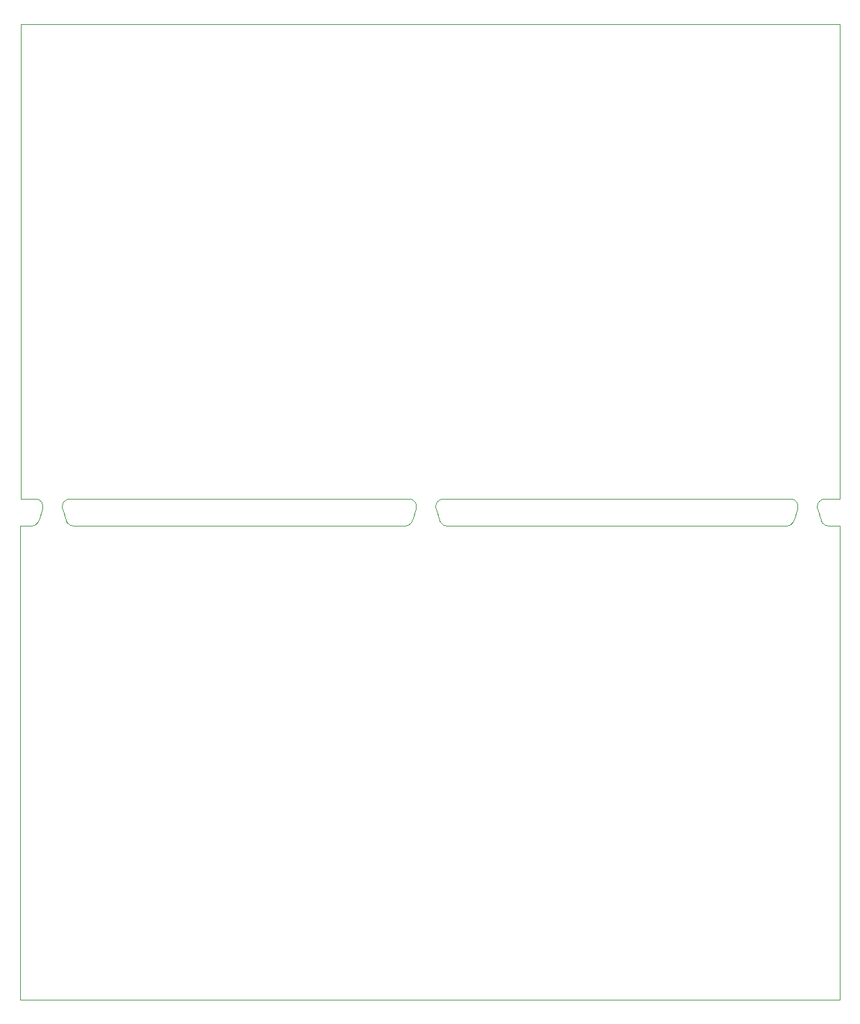
<source format=gko>
%MOIN*%
%OFA0B0*%
%FSLAX36Y36*%
%IPPOS*%
%LPD*%
%ADD10C,0*%
D10*
X001903128Y002346999D02*
X001903128Y002346999D01*
X000262225Y002346999D01*
X000259729Y002347079D01*
X000257244Y002347316D01*
X000254778Y002347710D01*
X000252342Y002348260D01*
X000249946Y002348963D01*
X000247599Y002349817D01*
X000245312Y002350818D01*
X000243092Y002351961D01*
X000240949Y002353244D01*
X000238892Y002354659D01*
X000236929Y002356202D01*
X000235067Y002357866D01*
X000233315Y002359645D01*
X000231679Y002361532D01*
X000230166Y002363518D01*
X000228781Y002365597D01*
X000227532Y002367759D01*
X000226422Y002369995D01*
X000225456Y002372298D01*
X000224638Y002374657D01*
X000207477Y002429732D01*
X000206546Y002433298D01*
X000205953Y002436936D01*
X000205703Y002440612D01*
X000205798Y002444297D01*
X000206236Y002447956D01*
X000207015Y002451558D01*
X000208128Y002455071D01*
X000209564Y002458465D01*
X000211311Y002461710D01*
X000213354Y002464778D01*
X000215674Y002467641D01*
X000218253Y002470274D01*
X000221066Y002472655D01*
X000224089Y002474762D01*
X000227297Y002476577D01*
X000230660Y002478085D01*
X000234149Y002479271D01*
X000237734Y002480126D01*
X000241383Y002480642D01*
X000245064Y002480814D01*
X001920289Y002480814D01*
X001923970Y002480642D01*
X001927620Y002480126D01*
X001931204Y002479271D01*
X001934694Y002478085D01*
X001938057Y002476577D01*
X001941264Y002474762D01*
X001944287Y002472655D01*
X001947101Y002470274D01*
X001949679Y002467641D01*
X001952000Y002464778D01*
X001954043Y002461710D01*
X001955790Y002458465D01*
X001957226Y002455071D01*
X001958338Y002451558D01*
X001959117Y002447956D01*
X001959556Y002444297D01*
X001959650Y002440612D01*
X001959400Y002436936D01*
X001958807Y002433298D01*
X001957877Y002429732D01*
X001940716Y002374657D01*
X001939898Y002372298D01*
X001938932Y002369995D01*
X001937822Y002367759D01*
X001936572Y002365597D01*
X001935188Y002363518D01*
X001933675Y002361532D01*
X001932039Y002359645D01*
X001930286Y002357866D01*
X001928425Y002356202D01*
X001926461Y002354659D01*
X001924404Y002353244D01*
X001922261Y002351961D01*
X001920042Y002350818D01*
X001917754Y002349817D01*
X001915407Y002348963D01*
X001913011Y002348260D01*
X001910575Y002347710D01*
X001908110Y002347316D01*
X001905624Y002347079D01*
X001903128Y002346999D01*
X002112619Y002346999D02*
X002112619Y002346999D01*
X002110123Y002347079D01*
X002107637Y002347316D01*
X002105172Y002347710D01*
X002102736Y002348260D01*
X002100340Y002348963D01*
X002097993Y002349817D01*
X002095705Y002350818D01*
X002093486Y002351961D01*
X002091343Y002353244D01*
X002089286Y002354659D01*
X002087322Y002356202D01*
X002085461Y002357866D01*
X002083708Y002359645D01*
X002082072Y002361532D01*
X002080559Y002363518D01*
X002079175Y002365597D01*
X002077926Y002367759D01*
X002076815Y002369995D01*
X002075849Y002372298D01*
X002075031Y002374657D01*
X002057870Y002429732D01*
X002056940Y002433298D01*
X002056347Y002436936D01*
X002056097Y002440612D01*
X002056191Y002444297D01*
X002056630Y002447956D01*
X002057409Y002451558D01*
X002058521Y002455071D01*
X002059957Y002458465D01*
X002061705Y002461710D01*
X002063747Y002464778D01*
X002066068Y002467641D01*
X002068646Y002470274D01*
X002071460Y002472655D01*
X002074483Y002474762D01*
X002077690Y002476577D01*
X002081053Y002478085D01*
X002084543Y002479271D01*
X002088127Y002480126D01*
X002091777Y002480642D01*
X002095458Y002480814D01*
X003810053Y002480814D01*
X003813734Y002480642D01*
X003817383Y002480126D01*
X003820968Y002479271D01*
X003824457Y002478085D01*
X003827820Y002476577D01*
X003831028Y002474762D01*
X003834051Y002472655D01*
X003836864Y002470274D01*
X003839443Y002467641D01*
X003841763Y002464778D01*
X003843806Y002461710D01*
X003845553Y002458465D01*
X003846989Y002455071D01*
X003848102Y002451558D01*
X003848881Y002447956D01*
X003849320Y002444297D01*
X003849414Y002440612D01*
X003849164Y002436936D01*
X003848571Y002433298D01*
X003847641Y002429732D01*
X003830479Y002374657D01*
X003829661Y002372298D01*
X003828695Y002369995D01*
X003827585Y002367759D01*
X003826336Y002365597D01*
X003824952Y002363518D01*
X003823438Y002361532D01*
X003821802Y002359645D01*
X003820050Y002357866D01*
X003818189Y002356202D01*
X003816225Y002354659D01*
X003814168Y002353244D01*
X003812025Y002351961D01*
X003809805Y002350818D01*
X003807518Y002349817D01*
X003805171Y002348963D01*
X003802775Y002348260D01*
X003800339Y002347710D01*
X003797873Y002347316D01*
X003795388Y002347079D01*
X003792892Y002346999D01*
X002112619Y002346999D01*
X000069895Y002480814D02*
X000069895Y002480814D01*
X000073577Y002480642D01*
X000077226Y002480126D01*
X000080811Y002479271D01*
X000084300Y002478085D01*
X000087663Y002476577D01*
X000090870Y002474762D01*
X000093894Y002472655D01*
X000096707Y002470274D01*
X000099285Y002467641D01*
X000101606Y002464778D01*
X000103649Y002461710D01*
X000105396Y002458465D01*
X000106832Y002455071D01*
X000107944Y002451558D01*
X000108723Y002447956D01*
X000109162Y002444297D01*
X000109257Y002440612D01*
X000109006Y002436936D01*
X000108414Y002433298D01*
X000107483Y002429732D01*
X000090322Y002374657D01*
X000089504Y002372298D01*
X000088538Y002369995D01*
X000087428Y002367759D01*
X000086178Y002365597D01*
X000084794Y002363518D01*
X000083281Y002361532D01*
X000081645Y002359645D01*
X000079893Y002357866D01*
X000078031Y002356202D01*
X000076068Y002354659D01*
X000074011Y002353244D01*
X000071868Y002351961D01*
X000069648Y002350818D01*
X000067360Y002349817D01*
X000065014Y002348963D01*
X000062618Y002348260D01*
X000060182Y002347710D01*
X000057716Y002347316D01*
X000055230Y002347079D01*
X000052734Y002346999D01*
X000000000Y002346999D01*
X000000000Y000000000D01*
X004058500Y000000000D01*
X004058500Y002346999D01*
X004002383Y002346999D01*
X003999887Y002347079D01*
X003997401Y002347316D01*
X003994935Y002347710D01*
X003992500Y002348260D01*
X003990104Y002348963D01*
X003987757Y002349817D01*
X003985469Y002350818D01*
X003983249Y002351961D01*
X003981107Y002353244D01*
X003979049Y002354659D01*
X003977086Y002356202D01*
X003975224Y002357866D01*
X003973472Y002359645D01*
X003971836Y002361532D01*
X003970323Y002363518D01*
X003968939Y002365597D01*
X003967689Y002367759D01*
X003966579Y002369995D01*
X003965613Y002372298D01*
X003964795Y002374657D01*
X003947634Y002429732D01*
X003946704Y002433298D01*
X003946111Y002436936D01*
X003945860Y002440612D01*
X003945955Y002444297D01*
X003946394Y002447956D01*
X003947173Y002451558D01*
X003948285Y002455071D01*
X003949721Y002458465D01*
X003951468Y002461710D01*
X003953511Y002464778D01*
X003955832Y002467641D01*
X003958410Y002470274D01*
X003961223Y002472655D01*
X003964247Y002474762D01*
X003967454Y002476577D01*
X003970817Y002478085D01*
X003974306Y002479271D01*
X003977891Y002480126D01*
X003981540Y002480642D01*
X003985222Y002480814D01*
X004059000Y002480814D01*
X004059000Y004827814D01*
X000000499Y004827814D01*
X000000499Y002480814D01*
X000069895Y002480814D01*
M02*
</source>
